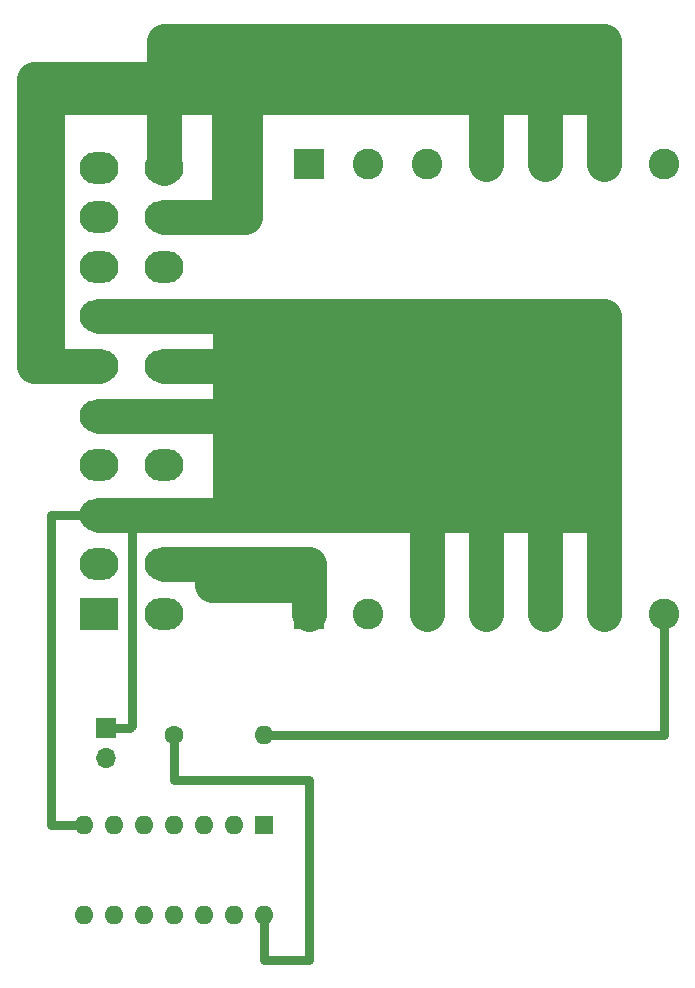
<source format=gbl>
G04 #@! TF.GenerationSoftware,KiCad,Pcbnew,(5.0.0-3-g5ebb6b6)*
G04 #@! TF.CreationDate,2018-10-17T11:41:57-07:00*
G04 #@! TF.ProjectId,PicoPSU,5069636F5053552E6B696361645F7063,rev?*
G04 #@! TF.SameCoordinates,Original*
G04 #@! TF.FileFunction,Copper,L2,Bot,Signal*
G04 #@! TF.FilePolarity,Positive*
%FSLAX46Y46*%
G04 Gerber Fmt 4.6, Leading zero omitted, Abs format (unit mm)*
G04 Created by KiCad (PCBNEW (5.0.0-3-g5ebb6b6)) date Wednesday, October 17, 2018 at 11:41:57 AM*
%MOMM*%
%LPD*%
G01*
G04 APERTURE LIST*
G04 #@! TA.AperFunction,ComponentPad*
%ADD10R,2.600000X2.600000*%
G04 #@! TD*
G04 #@! TA.AperFunction,ComponentPad*
%ADD11C,2.600000*%
G04 #@! TD*
G04 #@! TA.AperFunction,ComponentPad*
%ADD12O,3.300000X2.700000*%
G04 #@! TD*
G04 #@! TA.AperFunction,ComponentPad*
%ADD13R,3.300000X2.700000*%
G04 #@! TD*
G04 #@! TA.AperFunction,ComponentPad*
%ADD14O,1.600000X1.600000*%
G04 #@! TD*
G04 #@! TA.AperFunction,ComponentPad*
%ADD15R,1.600000X1.600000*%
G04 #@! TD*
G04 #@! TA.AperFunction,ComponentPad*
%ADD16C,1.600000*%
G04 #@! TD*
G04 #@! TA.AperFunction,ComponentPad*
%ADD17O,1.700000X1.700000*%
G04 #@! TD*
G04 #@! TA.AperFunction,ComponentPad*
%ADD18R,1.700000X1.700000*%
G04 #@! TD*
G04 #@! TA.AperFunction,Conductor*
%ADD19C,0.800000*%
G04 #@! TD*
G04 #@! TA.AperFunction,Conductor*
%ADD20C,3.000000*%
G04 #@! TD*
G04 #@! TA.AperFunction,Conductor*
%ADD21C,0.250000*%
G04 #@! TD*
G04 APERTURE END LIST*
D10*
G04 #@! TO.P,REF\002A\002A,1*
G04 #@! TO.N,N/C*
X76200000Y-102806500D03*
D11*
G04 #@! TO.P,REF\002A\002A,2*
X81200000Y-102806500D03*
G04 #@! TO.P,REF\002A\002A,3*
X86200000Y-102806500D03*
G04 #@! TO.P,REF\002A\002A,4*
X91200000Y-102806500D03*
G04 #@! TO.P,REF\002A\002A,5*
X96200000Y-102806500D03*
G04 #@! TO.P,REF\002A\002A,6*
X101200000Y-102806500D03*
G04 #@! TO.P,REF\002A\002A,7*
X106200000Y-102806500D03*
G04 #@! TD*
D12*
G04 #@! TO.P,PicoPSU,20*
G04 #@! TO.N,N/C*
X63920000Y-65006500D03*
G04 #@! TO.P,PicoPSU,19*
X63920000Y-69206500D03*
G04 #@! TO.P,PicoPSU,18*
X63920000Y-73406500D03*
G04 #@! TO.P,PicoPSU,17*
X63920000Y-77606500D03*
G04 #@! TO.P,PicoPSU,16*
X63920000Y-81806500D03*
G04 #@! TO.P,PicoPSU,15*
X63920000Y-86006500D03*
G04 #@! TO.P,PicoPSU,14*
X63920000Y-90206500D03*
G04 #@! TO.P,PicoPSU,13*
X63920000Y-94406500D03*
G04 #@! TO.P,PicoPSU,12*
X63920000Y-98606500D03*
G04 #@! TO.P,PicoPSU,11*
X63920000Y-102806500D03*
G04 #@! TO.P,PicoPSU,10*
X58420000Y-65006500D03*
G04 #@! TO.P,PicoPSU,9*
X58420000Y-69206500D03*
G04 #@! TO.P,PicoPSU,8*
X58420000Y-73406500D03*
G04 #@! TO.P,PicoPSU,7*
X58420000Y-77606500D03*
G04 #@! TO.P,PicoPSU,6*
X58420000Y-81806500D03*
G04 #@! TO.P,PicoPSU,5*
X58420000Y-86006500D03*
G04 #@! TO.P,PicoPSU,4*
X58420000Y-90206500D03*
G04 #@! TO.P,PicoPSU,3*
X58420000Y-94406500D03*
G04 #@! TO.P,PicoPSU,2*
X58420000Y-98606500D03*
D13*
G04 #@! TO.P,PicoPSU,1*
X58420000Y-102806500D03*
G04 #@! TD*
D14*
G04 #@! TO.P,74LS04,14*
G04 #@! TO.N,N/C*
X72390000Y-128270000D03*
G04 #@! TO.P,74LS04,7*
X57150000Y-120650000D03*
G04 #@! TO.P,74LS04,13*
X69850000Y-128270000D03*
G04 #@! TO.P,74LS04,6*
X59690000Y-120650000D03*
G04 #@! TO.P,74LS04,12*
X67310000Y-128270000D03*
G04 #@! TO.P,74LS04,5*
X62230000Y-120650000D03*
G04 #@! TO.P,74LS04,11*
X64770000Y-128270000D03*
G04 #@! TO.P,74LS04,4*
X64770000Y-120650000D03*
G04 #@! TO.P,74LS04,10*
X62230000Y-128270000D03*
G04 #@! TO.P,74LS04,3*
X67310000Y-120650000D03*
G04 #@! TO.P,74LS04,9*
X59690000Y-128270000D03*
G04 #@! TO.P,74LS04,2*
X69850000Y-120650000D03*
G04 #@! TO.P,74LS04,8*
X57150000Y-128270000D03*
D15*
G04 #@! TO.P,74LS04,1*
X72390000Y-120650000D03*
G04 #@! TD*
D14*
G04 #@! TO.P,4.7K,2*
G04 #@! TO.N,N/C*
X72390000Y-113030000D03*
D16*
G04 #@! TO.P,4.7K,1*
X64770000Y-113030000D03*
G04 #@! TD*
D17*
G04 #@! TO.P,Fan,2*
G04 #@! TO.N,N/C*
X59014360Y-115008660D03*
D18*
G04 #@! TO.P,Fan,1*
X59014360Y-112468660D03*
G04 #@! TD*
D10*
G04 #@! TO.P,REF\002A\002A,1*
G04 #@! TO.N,N/C*
X76200000Y-64706500D03*
D11*
G04 #@! TO.P,REF\002A\002A,2*
X81200000Y-64706500D03*
G04 #@! TO.P,REF\002A\002A,3*
X86200000Y-64706500D03*
G04 #@! TO.P,REF\002A\002A,4*
X91200000Y-64706500D03*
G04 #@! TO.P,REF\002A\002A,5*
X96200000Y-64706500D03*
G04 #@! TO.P,REF\002A\002A,6*
X101200000Y-64706500D03*
G04 #@! TO.P,REF\002A\002A,7*
X106200000Y-64706500D03*
G04 #@! TD*
D19*
G04 #@! TO.N,*
X64770000Y-113030000D02*
X64770000Y-116840000D01*
X64770000Y-116840000D02*
X76200000Y-116840000D01*
X76200000Y-116840000D02*
X76200000Y-132080000D01*
X76200000Y-132080000D02*
X72390000Y-132080000D01*
X72390000Y-132080000D02*
X72390000Y-128270000D01*
X106200000Y-102806500D02*
X106200000Y-113036500D01*
X106200000Y-113030000D02*
X72390000Y-113030000D01*
D20*
X63920000Y-98606500D02*
X76200000Y-98606500D01*
X76200000Y-98606500D02*
X76200000Y-102806500D01*
D21*
X76064000Y-98606500D02*
X76200000Y-98742500D01*
X63920000Y-94406500D02*
X65820000Y-94406500D01*
D20*
X86200000Y-102806500D02*
X86200000Y-94584500D01*
X101200000Y-94406500D02*
X63920000Y-94406500D01*
X86200000Y-94584500D02*
X86022000Y-94406500D01*
X63920000Y-86006500D02*
X101200000Y-86006500D01*
X91200000Y-86035300D02*
X91200000Y-102806500D01*
X96200000Y-102806500D02*
X96200000Y-81806500D01*
D21*
X64220000Y-77606500D02*
X65290000Y-78676500D01*
X63920000Y-77606500D02*
X64220000Y-77606500D01*
D20*
X101200000Y-102806500D02*
X101200000Y-77606500D01*
X100993700Y-77606500D02*
X63920000Y-77606500D01*
X58420000Y-77606500D02*
X63920000Y-77606500D01*
D21*
X58420000Y-77606500D02*
X60320000Y-77606500D01*
D20*
X58420000Y-86006500D02*
X63920000Y-86006500D01*
X68000000Y-100321000D02*
X76200000Y-100321000D01*
X63920000Y-69206500D02*
X70807580Y-69206500D01*
D21*
X71302880Y-59319160D02*
X71475600Y-59146440D01*
D20*
X52925980Y-57513220D02*
X101200000Y-57513220D01*
X96200000Y-57513220D02*
X96200000Y-64706500D01*
D21*
X96258380Y-59146440D02*
X96200000Y-59204820D01*
D20*
X63920000Y-65006500D02*
X63920000Y-54292500D01*
D21*
X63920000Y-58172720D02*
X64485520Y-57607200D01*
D20*
X63920000Y-55984140D02*
X101200000Y-55984140D01*
X91200000Y-55984140D02*
X91200000Y-64706500D01*
X58420000Y-81806500D02*
X52925980Y-81806500D01*
X54041040Y-81806500D02*
X54041040Y-59008560D01*
D21*
X53583840Y-59077860D02*
X53586380Y-59080400D01*
D20*
X52925980Y-59008560D02*
X101200000Y-59008560D01*
X101200000Y-54292500D02*
X101200000Y-64706500D01*
X52925980Y-81806500D02*
X52925980Y-57513220D01*
X101200000Y-79752800D02*
X69500000Y-79752800D01*
X101200000Y-83920940D02*
X69500000Y-83920940D01*
X101200000Y-88887300D02*
X69500000Y-88887300D01*
X101200000Y-91589200D02*
X69500000Y-91589200D01*
X101200000Y-81806500D02*
X63920000Y-81806500D01*
X69500000Y-94406500D02*
X69500000Y-77606500D01*
D19*
X61203840Y-94406500D02*
X61203840Y-112293400D01*
D20*
X58420000Y-94406500D02*
X61203840Y-94406500D01*
X61203840Y-94406500D02*
X63920000Y-94406500D01*
D19*
X61028580Y-112468660D02*
X59014360Y-112468660D01*
D21*
X61203840Y-112293400D02*
X61028580Y-112468660D01*
X56520000Y-94406500D02*
X56509620Y-94416880D01*
X58420000Y-94406500D02*
X56520000Y-94406500D01*
D19*
X58420000Y-94416880D02*
X54300000Y-94416880D01*
X54300000Y-94447360D02*
X54300000Y-120614440D01*
X54300000Y-120650000D02*
X57150000Y-120650000D01*
D20*
X70807580Y-69206500D02*
X70807580Y-57315100D01*
X69413120Y-69206500D02*
X69413120Y-57315100D01*
X63920000Y-54292500D02*
X101174600Y-54292500D01*
G04 #@! TD*
M02*

</source>
